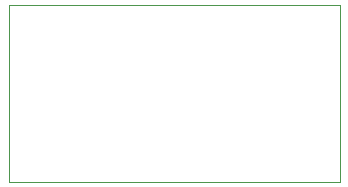
<source format=gbr>
%TF.GenerationSoftware,KiCad,Pcbnew,7.0.9*%
%TF.CreationDate,2024-01-15T14:46:19+01:00*%
%TF.ProjectId,preamp2,70726561-6d70-4322-9e6b-696361645f70,1*%
%TF.SameCoordinates,Original*%
%TF.FileFunction,Profile,NP*%
%FSLAX46Y46*%
G04 Gerber Fmt 4.6, Leading zero omitted, Abs format (unit mm)*
G04 Created by KiCad (PCBNEW 7.0.9) date 2024-01-15 14:46:19*
%MOMM*%
%LPD*%
G01*
G04 APERTURE LIST*
%TA.AperFunction,Profile*%
%ADD10C,0.100000*%
%TD*%
G04 APERTURE END LIST*
D10*
X124000000Y-88500000D02*
X96000000Y-88500000D01*
X96000000Y-88500000D02*
X96000000Y-103500000D01*
X96000000Y-103500000D02*
X124000000Y-103500000D01*
X124000000Y-103500000D02*
X124000000Y-88500000D01*
M02*

</source>
